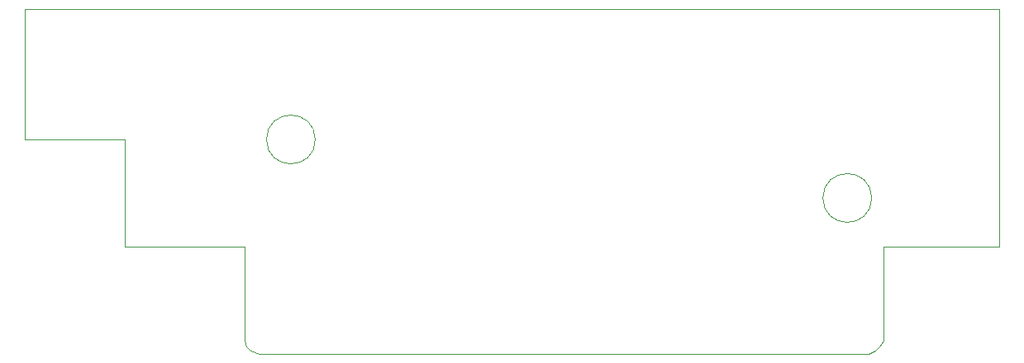
<source format=gbr>
%TF.GenerationSoftware,KiCad,Pcbnew,8.0.2-1*%
%TF.CreationDate,2024-07-05T22:00:38-03:00*%
%TF.ProjectId,msx-simple-proto,6d73782d-7369-46d7-906c-652d70726f74,0.1*%
%TF.SameCoordinates,Original*%
%TF.FileFunction,Profile,NP*%
%FSLAX46Y46*%
G04 Gerber Fmt 4.6, Leading zero omitted, Abs format (unit mm)*
G04 Created by KiCad (PCBNEW 8.0.2-1) date 2024-07-05 22:00:38*
%MOMM*%
%LPD*%
G01*
G04 APERTURE LIST*
%TA.AperFunction,Profile*%
%ADD10C,0.120000*%
%TD*%
G04 APERTURE END LIST*
D10*
%TO.C,CART1*%
X102810000Y-113060000D02*
X102810000Y-99660000D01*
X102810000Y-113060000D02*
X113050000Y-113060000D01*
X113050000Y-113060000D02*
X113050000Y-124048435D01*
X113050000Y-124048435D02*
X125290000Y-124048435D01*
X125290000Y-133751713D02*
X125290000Y-124048435D01*
X125290000Y-133751713D02*
X125441164Y-134269987D01*
X125441164Y-134269987D02*
X125894654Y-134701883D01*
X125894654Y-134701883D02*
X126817721Y-135050806D01*
X126817721Y-135050806D02*
X189210957Y-135050806D01*
X189210957Y-135050806D02*
X189954980Y-134704512D01*
X189954980Y-134704512D02*
X190357705Y-134334006D01*
X190357705Y-134334006D02*
X190740000Y-133751713D01*
X190740000Y-124048435D02*
X190740000Y-133751713D01*
X190740000Y-124048435D02*
X202610000Y-124048435D01*
X202610000Y-99660000D02*
X102810000Y-99660000D01*
X202610000Y-99660000D02*
X202610000Y-124048435D01*
X132550000Y-113060000D02*
G75*
G02*
X127550000Y-113060000I-2500000J0D01*
G01*
X127550000Y-113060000D02*
G75*
G02*
X132550000Y-113060000I2500000J0D01*
G01*
X189550000Y-119060000D02*
G75*
G02*
X184550000Y-119060000I-2500000J0D01*
G01*
X184550000Y-119060000D02*
G75*
G02*
X189550000Y-119060000I2500000J0D01*
G01*
%TD*%
M02*

</source>
